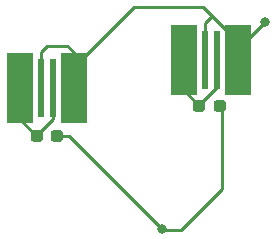
<source format=gbr>
%TF.GenerationSoftware,KiCad,Pcbnew,7.0.6*%
%TF.CreationDate,2023-09-02T17:04:30+01:00*%
%TF.ProjectId,gbc_fidget,6762635f-6669-4646-9765-742e6b696361,rev?*%
%TF.SameCoordinates,Original*%
%TF.FileFunction,Copper,L1,Top*%
%TF.FilePolarity,Positive*%
%FSLAX46Y46*%
G04 Gerber Fmt 4.6, Leading zero omitted, Abs format (unit mm)*
G04 Created by KiCad (PCBNEW 7.0.6) date 2023-09-02 17:04:30*
%MOMM*%
%LPD*%
G01*
G04 APERTURE LIST*
G04 Aperture macros list*
%AMRoundRect*
0 Rectangle with rounded corners*
0 $1 Rounding radius*
0 $2 $3 $4 $5 $6 $7 $8 $9 X,Y pos of 4 corners*
0 Add a 4 corners polygon primitive as box body*
4,1,4,$2,$3,$4,$5,$6,$7,$8,$9,$2,$3,0*
0 Add four circle primitives for the rounded corners*
1,1,$1+$1,$2,$3*
1,1,$1+$1,$4,$5*
1,1,$1+$1,$6,$7*
1,1,$1+$1,$8,$9*
0 Add four rect primitives between the rounded corners*
20,1,$1+$1,$2,$3,$4,$5,0*
20,1,$1+$1,$4,$5,$6,$7,0*
20,1,$1+$1,$6,$7,$8,$9,0*
20,1,$1+$1,$8,$9,$2,$3,0*%
G04 Aperture macros list end*
%TA.AperFunction,SMDPad,CuDef*%
%ADD10RoundRect,0.237500X0.287500X0.237500X-0.287500X0.237500X-0.287500X-0.237500X0.287500X-0.237500X0*%
%TD*%
%TA.AperFunction,SMDPad,CuDef*%
%ADD11R,0.500000X5.000000*%
%TD*%
%TA.AperFunction,SMDPad,CuDef*%
%ADD12R,2.200000X6.000000*%
%TD*%
%TA.AperFunction,ViaPad*%
%ADD13C,0.800000*%
%TD*%
%TA.AperFunction,Conductor*%
%ADD14C,0.250000*%
%TD*%
G04 APERTURE END LIST*
D10*
%TO.P,D1,1,K*%
%TO.N,Net-(BT1--)*%
X152245000Y-75971400D03*
%TO.P,D1,2,A*%
%TO.N,Net-(D1-A)*%
X150495000Y-75971400D03*
%TD*%
D11*
%TO.P,SW2,1,1*%
%TO.N,Net-(BT1-+)*%
X164774880Y-69570600D03*
D12*
X167563800Y-69570600D03*
%TO.P,SW2,2,2*%
%TO.N,Net-(D2-A)*%
X162991800Y-69570600D03*
D11*
X165780720Y-69570600D03*
%TD*%
%TO.P,SW1,1,1*%
%TO.N,Net-(BT1-+)*%
X150830280Y-71983600D03*
D12*
X153619200Y-71983600D03*
%TO.P,SW1,2,2*%
%TO.N,Net-(D1-A)*%
X149047200Y-71983600D03*
D11*
X151836120Y-71983600D03*
%TD*%
D10*
%TO.P,D2,1,K*%
%TO.N,Net-(BT1--)*%
X166025800Y-73507600D03*
%TO.P,D2,2,A*%
%TO.N,Net-(D2-A)*%
X164275800Y-73507600D03*
%TD*%
D13*
%TO.N,Net-(BT1--)*%
X161086800Y-83845400D03*
%TO.N,Net-(BT1-+)*%
X169824400Y-66370200D03*
%TD*%
D14*
%TO.N,Net-(BT1--)*%
X166152800Y-80532000D02*
X162712400Y-83972400D01*
X152245000Y-75971400D02*
X153212800Y-75971400D01*
X153212800Y-75971400D02*
X161086800Y-83845400D01*
X162712400Y-83972400D02*
X161213800Y-83972400D01*
X166152800Y-73583800D02*
X166152800Y-80532000D01*
X161213800Y-83972400D02*
X161086800Y-83845400D01*
%TO.N,Net-(BT1-+)*%
X153035000Y-68351400D02*
X153619200Y-68935600D01*
X164592000Y-65100200D02*
X165341300Y-65849500D01*
X150830280Y-68930520D02*
X151409400Y-68351400D01*
X164774880Y-69570600D02*
X164774880Y-66415920D01*
X153619200Y-70180200D02*
X158699200Y-65100200D01*
X169824400Y-66370200D02*
X167563800Y-68630800D01*
X158699200Y-65100200D02*
X164592000Y-65100200D01*
X167563800Y-68072000D02*
X167563800Y-69570600D01*
X165341300Y-65849500D02*
X167563800Y-68072000D01*
X167563800Y-68630800D02*
X167563800Y-69570600D01*
X151409400Y-68351400D02*
X153035000Y-68351400D01*
X164774880Y-66415920D02*
X165341300Y-65849500D01*
X153619200Y-71983600D02*
X153619200Y-70180200D01*
X150830280Y-71983600D02*
X150830280Y-68930520D01*
X153619200Y-68935600D02*
X153619200Y-71983600D01*
%TO.N,Net-(D1-A)*%
X150444200Y-75971400D02*
X151836120Y-74579480D01*
X149047200Y-71983600D02*
X149047200Y-74574400D01*
X151836120Y-74579480D02*
X151836120Y-71983600D01*
X149047200Y-74574400D02*
X150444200Y-75971400D01*
%TO.N,Net-(D2-A)*%
X164402800Y-73198520D02*
X164402800Y-73583800D01*
X165780720Y-71820600D02*
X164402800Y-73198520D01*
X162991800Y-72172800D02*
X164402800Y-73583800D01*
X165780720Y-69570600D02*
X165780720Y-71820600D01*
X162991800Y-69570600D02*
X162991800Y-72172800D01*
%TD*%
M02*

</source>
